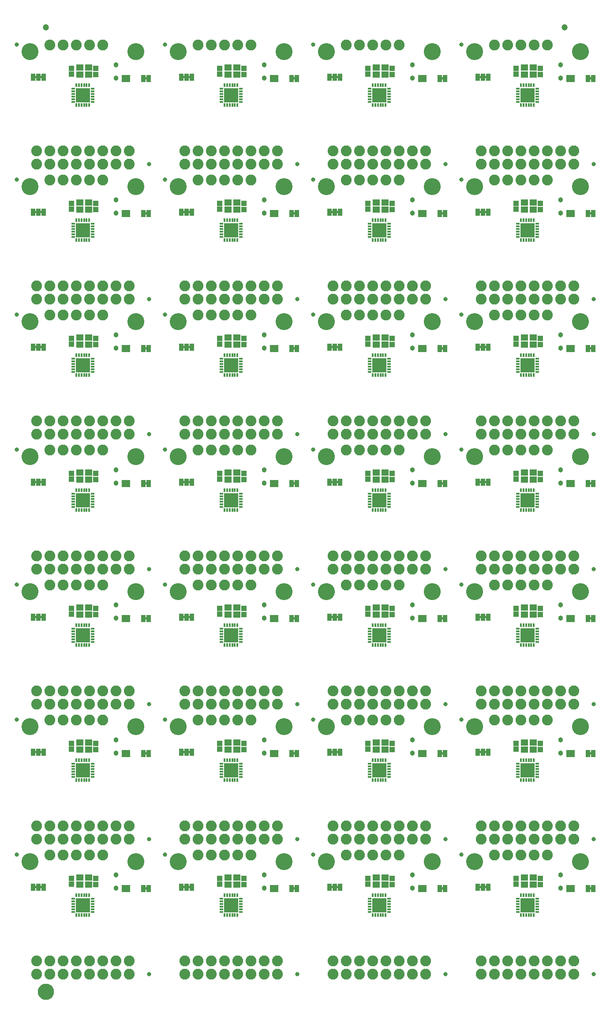
<source format=gts>
G75*
%MOIN*%
%OFA0B0*%
%FSLAX25Y25*%
%IPPOS*%
%LPD*%
%AMOC8*
5,1,8,0,0,1.08239X$1,22.5*
%
%ADD10R,0.01784X0.02965*%
%ADD11R,0.02965X0.01784*%
%ADD12R,0.11036X0.11036*%
%ADD13C,0.08200*%
%ADD14C,0.12800*%
%ADD15C,0.03300*%
%ADD16R,0.03300X0.05800*%
%ADD17C,0.00500*%
%ADD18R,0.05524X0.05131*%
%ADD19R,0.04343X0.04146*%
%ADD20C,0.03800*%
%ADD21C,0.04737*%
%ADD22C,0.05000*%
%ADD23C,0.06706*%
D10*
X0093421Y0078467D03*
X0095389Y0078467D03*
X0097358Y0078467D03*
X0099326Y0078467D03*
X0101295Y0078467D03*
X0103263Y0078467D03*
X0103263Y0093230D03*
X0101295Y0093230D03*
X0099326Y0093230D03*
X0097358Y0093230D03*
X0095389Y0093230D03*
X0093421Y0093230D03*
X0093421Y0180467D03*
X0095389Y0180467D03*
X0097358Y0180467D03*
X0099326Y0180467D03*
X0101295Y0180467D03*
X0103263Y0180467D03*
X0103263Y0195230D03*
X0101295Y0195230D03*
X0099326Y0195230D03*
X0097358Y0195230D03*
X0095389Y0195230D03*
X0093421Y0195230D03*
X0093421Y0282467D03*
X0095389Y0282467D03*
X0097358Y0282467D03*
X0099326Y0282467D03*
X0101295Y0282467D03*
X0103263Y0282467D03*
X0103263Y0297230D03*
X0101295Y0297230D03*
X0099326Y0297230D03*
X0097358Y0297230D03*
X0095389Y0297230D03*
X0093421Y0297230D03*
X0093421Y0384467D03*
X0095389Y0384467D03*
X0097358Y0384467D03*
X0099326Y0384467D03*
X0101295Y0384467D03*
X0103263Y0384467D03*
X0103263Y0399230D03*
X0101295Y0399230D03*
X0099326Y0399230D03*
X0097358Y0399230D03*
X0095389Y0399230D03*
X0093421Y0399230D03*
X0093421Y0486467D03*
X0095389Y0486467D03*
X0097358Y0486467D03*
X0099326Y0486467D03*
X0101295Y0486467D03*
X0103263Y0486467D03*
X0103263Y0501230D03*
X0101295Y0501230D03*
X0099326Y0501230D03*
X0097358Y0501230D03*
X0095389Y0501230D03*
X0093421Y0501230D03*
X0093421Y0588467D03*
X0095389Y0588467D03*
X0097358Y0588467D03*
X0099326Y0588467D03*
X0101295Y0588467D03*
X0103263Y0588467D03*
X0103263Y0603230D03*
X0101295Y0603230D03*
X0099326Y0603230D03*
X0097358Y0603230D03*
X0095389Y0603230D03*
X0093421Y0603230D03*
X0093421Y0690467D03*
X0095389Y0690467D03*
X0097358Y0690467D03*
X0099326Y0690467D03*
X0101295Y0690467D03*
X0103263Y0690467D03*
X0103263Y0705230D03*
X0101295Y0705230D03*
X0099326Y0705230D03*
X0097358Y0705230D03*
X0095389Y0705230D03*
X0093421Y0705230D03*
X0205421Y0705230D03*
X0207389Y0705230D03*
X0209358Y0705230D03*
X0211326Y0705230D03*
X0213295Y0705230D03*
X0215263Y0705230D03*
X0215263Y0690467D03*
X0213295Y0690467D03*
X0211326Y0690467D03*
X0209358Y0690467D03*
X0207389Y0690467D03*
X0205421Y0690467D03*
X0205421Y0603230D03*
X0207389Y0603230D03*
X0209358Y0603230D03*
X0211326Y0603230D03*
X0213295Y0603230D03*
X0215263Y0603230D03*
X0215263Y0588467D03*
X0213295Y0588467D03*
X0211326Y0588467D03*
X0209358Y0588467D03*
X0207389Y0588467D03*
X0205421Y0588467D03*
X0205421Y0501230D03*
X0207389Y0501230D03*
X0209358Y0501230D03*
X0211326Y0501230D03*
X0213295Y0501230D03*
X0215263Y0501230D03*
X0215263Y0486467D03*
X0213295Y0486467D03*
X0211326Y0486467D03*
X0209358Y0486467D03*
X0207389Y0486467D03*
X0205421Y0486467D03*
X0205421Y0399230D03*
X0207389Y0399230D03*
X0209358Y0399230D03*
X0211326Y0399230D03*
X0213295Y0399230D03*
X0215263Y0399230D03*
X0215263Y0384467D03*
X0213295Y0384467D03*
X0211326Y0384467D03*
X0209358Y0384467D03*
X0207389Y0384467D03*
X0205421Y0384467D03*
X0205421Y0297230D03*
X0207389Y0297230D03*
X0209358Y0297230D03*
X0211326Y0297230D03*
X0213295Y0297230D03*
X0215263Y0297230D03*
X0215263Y0282467D03*
X0213295Y0282467D03*
X0211326Y0282467D03*
X0209358Y0282467D03*
X0207389Y0282467D03*
X0205421Y0282467D03*
X0205421Y0195230D03*
X0207389Y0195230D03*
X0209358Y0195230D03*
X0211326Y0195230D03*
X0213295Y0195230D03*
X0215263Y0195230D03*
X0215263Y0180467D03*
X0213295Y0180467D03*
X0211326Y0180467D03*
X0209358Y0180467D03*
X0207389Y0180467D03*
X0205421Y0180467D03*
X0205421Y0093230D03*
X0207389Y0093230D03*
X0209358Y0093230D03*
X0211326Y0093230D03*
X0213295Y0093230D03*
X0215263Y0093230D03*
X0215263Y0078467D03*
X0213295Y0078467D03*
X0211326Y0078467D03*
X0209358Y0078467D03*
X0207389Y0078467D03*
X0205421Y0078467D03*
X0317421Y0078467D03*
X0319389Y0078467D03*
X0321358Y0078467D03*
X0323326Y0078467D03*
X0325295Y0078467D03*
X0327263Y0078467D03*
X0327263Y0093230D03*
X0325295Y0093230D03*
X0323326Y0093230D03*
X0321358Y0093230D03*
X0319389Y0093230D03*
X0317421Y0093230D03*
X0317421Y0180467D03*
X0319389Y0180467D03*
X0321358Y0180467D03*
X0323326Y0180467D03*
X0325295Y0180467D03*
X0327263Y0180467D03*
X0327263Y0195230D03*
X0325295Y0195230D03*
X0323326Y0195230D03*
X0321358Y0195230D03*
X0319389Y0195230D03*
X0317421Y0195230D03*
X0317421Y0282467D03*
X0319389Y0282467D03*
X0321358Y0282467D03*
X0323326Y0282467D03*
X0325295Y0282467D03*
X0327263Y0282467D03*
X0327263Y0297230D03*
X0325295Y0297230D03*
X0323326Y0297230D03*
X0321358Y0297230D03*
X0319389Y0297230D03*
X0317421Y0297230D03*
X0317421Y0384467D03*
X0319389Y0384467D03*
X0321358Y0384467D03*
X0323326Y0384467D03*
X0325295Y0384467D03*
X0327263Y0384467D03*
X0327263Y0399230D03*
X0325295Y0399230D03*
X0323326Y0399230D03*
X0321358Y0399230D03*
X0319389Y0399230D03*
X0317421Y0399230D03*
X0317421Y0486467D03*
X0319389Y0486467D03*
X0321358Y0486467D03*
X0323326Y0486467D03*
X0325295Y0486467D03*
X0327263Y0486467D03*
X0327263Y0501230D03*
X0325295Y0501230D03*
X0323326Y0501230D03*
X0321358Y0501230D03*
X0319389Y0501230D03*
X0317421Y0501230D03*
X0317421Y0588467D03*
X0319389Y0588467D03*
X0321358Y0588467D03*
X0323326Y0588467D03*
X0325295Y0588467D03*
X0327263Y0588467D03*
X0327263Y0603230D03*
X0325295Y0603230D03*
X0323326Y0603230D03*
X0321358Y0603230D03*
X0319389Y0603230D03*
X0317421Y0603230D03*
X0317421Y0690467D03*
X0319389Y0690467D03*
X0321358Y0690467D03*
X0323326Y0690467D03*
X0325295Y0690467D03*
X0327263Y0690467D03*
X0327263Y0705230D03*
X0325295Y0705230D03*
X0323326Y0705230D03*
X0321358Y0705230D03*
X0319389Y0705230D03*
X0317421Y0705230D03*
X0429421Y0705230D03*
X0431389Y0705230D03*
X0433358Y0705230D03*
X0435326Y0705230D03*
X0437295Y0705230D03*
X0439263Y0705230D03*
X0439263Y0690467D03*
X0437295Y0690467D03*
X0435326Y0690467D03*
X0433358Y0690467D03*
X0431389Y0690467D03*
X0429421Y0690467D03*
X0429421Y0603230D03*
X0431389Y0603230D03*
X0433358Y0603230D03*
X0435326Y0603230D03*
X0437295Y0603230D03*
X0439263Y0603230D03*
X0439263Y0588467D03*
X0437295Y0588467D03*
X0435326Y0588467D03*
X0433358Y0588467D03*
X0431389Y0588467D03*
X0429421Y0588467D03*
X0429421Y0501230D03*
X0431389Y0501230D03*
X0433358Y0501230D03*
X0435326Y0501230D03*
X0437295Y0501230D03*
X0439263Y0501230D03*
X0439263Y0486467D03*
X0437295Y0486467D03*
X0435326Y0486467D03*
X0433358Y0486467D03*
X0431389Y0486467D03*
X0429421Y0486467D03*
X0429421Y0399230D03*
X0431389Y0399230D03*
X0433358Y0399230D03*
X0435326Y0399230D03*
X0437295Y0399230D03*
X0439263Y0399230D03*
X0439263Y0384467D03*
X0437295Y0384467D03*
X0435326Y0384467D03*
X0433358Y0384467D03*
X0431389Y0384467D03*
X0429421Y0384467D03*
X0429421Y0297230D03*
X0431389Y0297230D03*
X0433358Y0297230D03*
X0435326Y0297230D03*
X0437295Y0297230D03*
X0439263Y0297230D03*
X0439263Y0282467D03*
X0437295Y0282467D03*
X0435326Y0282467D03*
X0433358Y0282467D03*
X0431389Y0282467D03*
X0429421Y0282467D03*
X0429421Y0195230D03*
X0431389Y0195230D03*
X0433358Y0195230D03*
X0435326Y0195230D03*
X0437295Y0195230D03*
X0439263Y0195230D03*
X0439263Y0180467D03*
X0437295Y0180467D03*
X0435326Y0180467D03*
X0433358Y0180467D03*
X0431389Y0180467D03*
X0429421Y0180467D03*
X0429421Y0093230D03*
X0431389Y0093230D03*
X0433358Y0093230D03*
X0435326Y0093230D03*
X0437295Y0093230D03*
X0439263Y0093230D03*
X0439263Y0078467D03*
X0437295Y0078467D03*
X0435326Y0078467D03*
X0433358Y0078467D03*
X0431389Y0078467D03*
X0429421Y0078467D03*
D11*
X0427058Y0080829D03*
X0427058Y0082797D03*
X0427058Y0084766D03*
X0427058Y0086734D03*
X0427058Y0088703D03*
X0427058Y0090671D03*
X0441822Y0090671D03*
X0441822Y0088703D03*
X0441822Y0086734D03*
X0441822Y0084766D03*
X0441822Y0082797D03*
X0441822Y0080829D03*
X0441822Y0182829D03*
X0441822Y0184797D03*
X0441822Y0186766D03*
X0441822Y0188734D03*
X0441822Y0190703D03*
X0441822Y0192671D03*
X0427058Y0192671D03*
X0427058Y0190703D03*
X0427058Y0188734D03*
X0427058Y0186766D03*
X0427058Y0184797D03*
X0427058Y0182829D03*
X0427058Y0284829D03*
X0427058Y0286797D03*
X0427058Y0288766D03*
X0427058Y0290734D03*
X0427058Y0292703D03*
X0427058Y0294671D03*
X0441822Y0294671D03*
X0441822Y0292703D03*
X0441822Y0290734D03*
X0441822Y0288766D03*
X0441822Y0286797D03*
X0441822Y0284829D03*
X0441822Y0386829D03*
X0441822Y0388797D03*
X0441822Y0390766D03*
X0441822Y0392734D03*
X0441822Y0394703D03*
X0441822Y0396671D03*
X0427058Y0396671D03*
X0427058Y0394703D03*
X0427058Y0392734D03*
X0427058Y0390766D03*
X0427058Y0388797D03*
X0427058Y0386829D03*
X0427058Y0488829D03*
X0427058Y0490797D03*
X0427058Y0492766D03*
X0427058Y0494734D03*
X0427058Y0496703D03*
X0427058Y0498671D03*
X0441822Y0498671D03*
X0441822Y0496703D03*
X0441822Y0494734D03*
X0441822Y0492766D03*
X0441822Y0490797D03*
X0441822Y0488829D03*
X0441822Y0590829D03*
X0441822Y0592797D03*
X0441822Y0594766D03*
X0441822Y0596734D03*
X0441822Y0598703D03*
X0441822Y0600671D03*
X0427058Y0600671D03*
X0427058Y0598703D03*
X0427058Y0596734D03*
X0427058Y0594766D03*
X0427058Y0592797D03*
X0427058Y0590829D03*
X0427058Y0692829D03*
X0427058Y0694797D03*
X0427058Y0696766D03*
X0427058Y0698734D03*
X0427058Y0700703D03*
X0427058Y0702671D03*
X0441822Y0702671D03*
X0441822Y0700703D03*
X0441822Y0698734D03*
X0441822Y0696766D03*
X0441822Y0694797D03*
X0441822Y0692829D03*
X0329822Y0692829D03*
X0329822Y0694797D03*
X0329822Y0696766D03*
X0329822Y0698734D03*
X0329822Y0700703D03*
X0329822Y0702671D03*
X0315058Y0702671D03*
X0315058Y0700703D03*
X0315058Y0698734D03*
X0315058Y0696766D03*
X0315058Y0694797D03*
X0315058Y0692829D03*
X0315058Y0600671D03*
X0315058Y0598703D03*
X0315058Y0596734D03*
X0315058Y0594766D03*
X0315058Y0592797D03*
X0315058Y0590829D03*
X0329822Y0590829D03*
X0329822Y0592797D03*
X0329822Y0594766D03*
X0329822Y0596734D03*
X0329822Y0598703D03*
X0329822Y0600671D03*
X0329822Y0498671D03*
X0329822Y0496703D03*
X0329822Y0494734D03*
X0329822Y0492766D03*
X0329822Y0490797D03*
X0329822Y0488829D03*
X0315058Y0488829D03*
X0315058Y0490797D03*
X0315058Y0492766D03*
X0315058Y0494734D03*
X0315058Y0496703D03*
X0315058Y0498671D03*
X0315058Y0396671D03*
X0315058Y0394703D03*
X0315058Y0392734D03*
X0315058Y0390766D03*
X0315058Y0388797D03*
X0315058Y0386829D03*
X0329822Y0386829D03*
X0329822Y0388797D03*
X0329822Y0390766D03*
X0329822Y0392734D03*
X0329822Y0394703D03*
X0329822Y0396671D03*
X0329822Y0294671D03*
X0329822Y0292703D03*
X0329822Y0290734D03*
X0329822Y0288766D03*
X0329822Y0286797D03*
X0329822Y0284829D03*
X0315058Y0284829D03*
X0315058Y0286797D03*
X0315058Y0288766D03*
X0315058Y0290734D03*
X0315058Y0292703D03*
X0315058Y0294671D03*
X0315058Y0192671D03*
X0315058Y0190703D03*
X0315058Y0188734D03*
X0315058Y0186766D03*
X0315058Y0184797D03*
X0315058Y0182829D03*
X0329822Y0182829D03*
X0329822Y0184797D03*
X0329822Y0186766D03*
X0329822Y0188734D03*
X0329822Y0190703D03*
X0329822Y0192671D03*
X0329822Y0090671D03*
X0329822Y0088703D03*
X0329822Y0086734D03*
X0329822Y0084766D03*
X0329822Y0082797D03*
X0329822Y0080829D03*
X0315058Y0080829D03*
X0315058Y0082797D03*
X0315058Y0084766D03*
X0315058Y0086734D03*
X0315058Y0088703D03*
X0315058Y0090671D03*
X0217822Y0090671D03*
X0217822Y0088703D03*
X0217822Y0086734D03*
X0217822Y0084766D03*
X0217822Y0082797D03*
X0217822Y0080829D03*
X0203058Y0080829D03*
X0203058Y0082797D03*
X0203058Y0084766D03*
X0203058Y0086734D03*
X0203058Y0088703D03*
X0203058Y0090671D03*
X0203058Y0182829D03*
X0203058Y0184797D03*
X0203058Y0186766D03*
X0203058Y0188734D03*
X0203058Y0190703D03*
X0203058Y0192671D03*
X0217822Y0192671D03*
X0217822Y0190703D03*
X0217822Y0188734D03*
X0217822Y0186766D03*
X0217822Y0184797D03*
X0217822Y0182829D03*
X0217822Y0284829D03*
X0217822Y0286797D03*
X0217822Y0288766D03*
X0217822Y0290734D03*
X0217822Y0292703D03*
X0217822Y0294671D03*
X0203058Y0294671D03*
X0203058Y0292703D03*
X0203058Y0290734D03*
X0203058Y0288766D03*
X0203058Y0286797D03*
X0203058Y0284829D03*
X0203058Y0386829D03*
X0203058Y0388797D03*
X0203058Y0390766D03*
X0203058Y0392734D03*
X0203058Y0394703D03*
X0203058Y0396671D03*
X0217822Y0396671D03*
X0217822Y0394703D03*
X0217822Y0392734D03*
X0217822Y0390766D03*
X0217822Y0388797D03*
X0217822Y0386829D03*
X0217822Y0488829D03*
X0217822Y0490797D03*
X0217822Y0492766D03*
X0217822Y0494734D03*
X0217822Y0496703D03*
X0217822Y0498671D03*
X0203058Y0498671D03*
X0203058Y0496703D03*
X0203058Y0494734D03*
X0203058Y0492766D03*
X0203058Y0490797D03*
X0203058Y0488829D03*
X0203058Y0590829D03*
X0203058Y0592797D03*
X0203058Y0594766D03*
X0203058Y0596734D03*
X0203058Y0598703D03*
X0203058Y0600671D03*
X0217822Y0600671D03*
X0217822Y0598703D03*
X0217822Y0596734D03*
X0217822Y0594766D03*
X0217822Y0592797D03*
X0217822Y0590829D03*
X0217822Y0692829D03*
X0217822Y0694797D03*
X0217822Y0696766D03*
X0217822Y0698734D03*
X0217822Y0700703D03*
X0217822Y0702671D03*
X0203058Y0702671D03*
X0203058Y0700703D03*
X0203058Y0698734D03*
X0203058Y0696766D03*
X0203058Y0694797D03*
X0203058Y0692829D03*
X0105822Y0692829D03*
X0105822Y0694797D03*
X0105822Y0696766D03*
X0105822Y0698734D03*
X0105822Y0700703D03*
X0105822Y0702671D03*
X0091058Y0702671D03*
X0091058Y0700703D03*
X0091058Y0698734D03*
X0091058Y0696766D03*
X0091058Y0694797D03*
X0091058Y0692829D03*
X0091058Y0600671D03*
X0091058Y0598703D03*
X0091058Y0596734D03*
X0091058Y0594766D03*
X0091058Y0592797D03*
X0091058Y0590829D03*
X0105822Y0590829D03*
X0105822Y0592797D03*
X0105822Y0594766D03*
X0105822Y0596734D03*
X0105822Y0598703D03*
X0105822Y0600671D03*
X0105822Y0498671D03*
X0105822Y0496703D03*
X0105822Y0494734D03*
X0105822Y0492766D03*
X0105822Y0490797D03*
X0105822Y0488829D03*
X0091058Y0488829D03*
X0091058Y0490797D03*
X0091058Y0492766D03*
X0091058Y0494734D03*
X0091058Y0496703D03*
X0091058Y0498671D03*
X0091058Y0396671D03*
X0091058Y0394703D03*
X0091058Y0392734D03*
X0091058Y0390766D03*
X0091058Y0388797D03*
X0091058Y0386829D03*
X0105822Y0386829D03*
X0105822Y0388797D03*
X0105822Y0390766D03*
X0105822Y0392734D03*
X0105822Y0394703D03*
X0105822Y0396671D03*
X0105822Y0294671D03*
X0105822Y0292703D03*
X0105822Y0290734D03*
X0105822Y0288766D03*
X0105822Y0286797D03*
X0105822Y0284829D03*
X0091058Y0284829D03*
X0091058Y0286797D03*
X0091058Y0288766D03*
X0091058Y0290734D03*
X0091058Y0292703D03*
X0091058Y0294671D03*
X0091058Y0192671D03*
X0091058Y0190703D03*
X0091058Y0188734D03*
X0091058Y0186766D03*
X0091058Y0184797D03*
X0091058Y0182829D03*
X0105822Y0182829D03*
X0105822Y0184797D03*
X0105822Y0186766D03*
X0105822Y0188734D03*
X0105822Y0190703D03*
X0105822Y0192671D03*
X0105822Y0090671D03*
X0105822Y0088703D03*
X0105822Y0086734D03*
X0105822Y0084766D03*
X0105822Y0082797D03*
X0105822Y0080829D03*
X0091058Y0080829D03*
X0091058Y0082797D03*
X0091058Y0084766D03*
X0091058Y0086734D03*
X0091058Y0088703D03*
X0091058Y0090671D03*
D12*
X0098342Y0085750D03*
X0098342Y0187750D03*
X0098342Y0289750D03*
X0098342Y0391750D03*
X0098342Y0493750D03*
X0098342Y0595750D03*
X0098342Y0697750D03*
X0210342Y0697750D03*
X0210342Y0595750D03*
X0210342Y0493750D03*
X0210342Y0391750D03*
X0210342Y0289750D03*
X0210342Y0187750D03*
X0210342Y0085750D03*
X0322342Y0085750D03*
X0322342Y0187750D03*
X0322342Y0289750D03*
X0322342Y0391750D03*
X0322342Y0493750D03*
X0322342Y0595750D03*
X0322342Y0697750D03*
X0434342Y0697750D03*
X0434342Y0595750D03*
X0434342Y0493750D03*
X0434342Y0391750D03*
X0434342Y0289750D03*
X0434342Y0187750D03*
X0434342Y0085750D03*
D13*
X0063342Y0033750D03*
X0063342Y0043750D03*
X0073342Y0043750D03*
X0073342Y0033750D03*
X0083342Y0033750D03*
X0093342Y0033750D03*
X0093342Y0043750D03*
X0083342Y0043750D03*
X0103342Y0043750D03*
X0103342Y0033750D03*
X0113342Y0033750D03*
X0123342Y0033750D03*
X0123342Y0043750D03*
X0113342Y0043750D03*
X0133342Y0043750D03*
X0133342Y0033750D03*
X0175342Y0033750D03*
X0175342Y0043750D03*
X0185342Y0043750D03*
X0195342Y0043750D03*
X0195342Y0033750D03*
X0185342Y0033750D03*
X0205342Y0033750D03*
X0205342Y0043750D03*
X0215342Y0043750D03*
X0215342Y0033750D03*
X0225342Y0033750D03*
X0235342Y0033750D03*
X0235342Y0043750D03*
X0225342Y0043750D03*
X0245342Y0043750D03*
X0245342Y0033750D03*
X0287342Y0033750D03*
X0287342Y0043750D03*
X0297342Y0043750D03*
X0307342Y0043750D03*
X0307342Y0033750D03*
X0297342Y0033750D03*
X0317342Y0033750D03*
X0317342Y0043750D03*
X0327342Y0043750D03*
X0337342Y0043750D03*
X0337342Y0033750D03*
X0327342Y0033750D03*
X0347342Y0033750D03*
X0347342Y0043750D03*
X0357342Y0043750D03*
X0357342Y0033750D03*
X0399342Y0033750D03*
X0399342Y0043750D03*
X0409342Y0043750D03*
X0419342Y0043750D03*
X0419342Y0033750D03*
X0409342Y0033750D03*
X0429342Y0033750D03*
X0429342Y0043750D03*
X0439342Y0043750D03*
X0449342Y0043750D03*
X0449342Y0033750D03*
X0439342Y0033750D03*
X0459342Y0033750D03*
X0459342Y0043750D03*
X0469342Y0043750D03*
X0469342Y0033750D03*
X0449342Y0123750D03*
X0439342Y0123750D03*
X0439342Y0135750D03*
X0449342Y0135750D03*
X0459342Y0135750D03*
X0469342Y0135750D03*
X0469342Y0145750D03*
X0459342Y0145750D03*
X0449342Y0145750D03*
X0439342Y0145750D03*
X0429342Y0145750D03*
X0429342Y0135750D03*
X0429342Y0123750D03*
X0419342Y0123750D03*
X0409342Y0123750D03*
X0409342Y0135750D03*
X0419342Y0135750D03*
X0419342Y0145750D03*
X0409342Y0145750D03*
X0399342Y0145750D03*
X0399342Y0135750D03*
X0357342Y0135750D03*
X0357342Y0145750D03*
X0347342Y0145750D03*
X0347342Y0135750D03*
X0337342Y0135750D03*
X0327342Y0135750D03*
X0327342Y0123750D03*
X0337342Y0123750D03*
X0317342Y0123750D03*
X0317342Y0135750D03*
X0317342Y0145750D03*
X0327342Y0145750D03*
X0337342Y0145750D03*
X0307342Y0145750D03*
X0297342Y0145750D03*
X0297342Y0135750D03*
X0307342Y0135750D03*
X0307342Y0123750D03*
X0297342Y0123750D03*
X0287342Y0135750D03*
X0287342Y0145750D03*
X0245342Y0145750D03*
X0245342Y0135750D03*
X0235342Y0135750D03*
X0225342Y0135750D03*
X0225342Y0123750D03*
X0215342Y0123750D03*
X0215342Y0135750D03*
X0215342Y0145750D03*
X0225342Y0145750D03*
X0235342Y0145750D03*
X0205342Y0145750D03*
X0205342Y0135750D03*
X0205342Y0123750D03*
X0195342Y0123750D03*
X0185342Y0123750D03*
X0185342Y0135750D03*
X0195342Y0135750D03*
X0195342Y0145750D03*
X0185342Y0145750D03*
X0175342Y0145750D03*
X0175342Y0135750D03*
X0133342Y0135750D03*
X0133342Y0145750D03*
X0123342Y0145750D03*
X0113342Y0145750D03*
X0113342Y0135750D03*
X0123342Y0135750D03*
X0113342Y0123750D03*
X0103342Y0123750D03*
X0103342Y0135750D03*
X0103342Y0145750D03*
X0093342Y0145750D03*
X0083342Y0145750D03*
X0083342Y0135750D03*
X0093342Y0135750D03*
X0093342Y0123750D03*
X0083342Y0123750D03*
X0073342Y0123750D03*
X0073342Y0135750D03*
X0073342Y0145750D03*
X0063342Y0145750D03*
X0063342Y0135750D03*
X0073342Y0225750D03*
X0083342Y0225750D03*
X0093342Y0225750D03*
X0103342Y0225750D03*
X0113342Y0225750D03*
X0113342Y0237750D03*
X0123342Y0237750D03*
X0123342Y0247750D03*
X0113342Y0247750D03*
X0103342Y0247750D03*
X0103342Y0237750D03*
X0093342Y0237750D03*
X0093342Y0247750D03*
X0083342Y0247750D03*
X0083342Y0237750D03*
X0073342Y0237750D03*
X0073342Y0247750D03*
X0063342Y0247750D03*
X0063342Y0237750D03*
X0073342Y0327750D03*
X0073342Y0339750D03*
X0083342Y0339750D03*
X0093342Y0339750D03*
X0093342Y0327750D03*
X0083342Y0327750D03*
X0103342Y0327750D03*
X0103342Y0339750D03*
X0113342Y0339750D03*
X0123342Y0339750D03*
X0113342Y0327750D03*
X0113342Y0349750D03*
X0123342Y0349750D03*
X0133342Y0349750D03*
X0133342Y0339750D03*
X0103342Y0349750D03*
X0093342Y0349750D03*
X0083342Y0349750D03*
X0073342Y0349750D03*
X0063342Y0349750D03*
X0063342Y0339750D03*
X0073342Y0429750D03*
X0073342Y0441750D03*
X0073342Y0451750D03*
X0083342Y0451750D03*
X0093342Y0451750D03*
X0093342Y0441750D03*
X0083342Y0441750D03*
X0083342Y0429750D03*
X0093342Y0429750D03*
X0103342Y0429750D03*
X0103342Y0441750D03*
X0103342Y0451750D03*
X0113342Y0451750D03*
X0123342Y0451750D03*
X0123342Y0441750D03*
X0113342Y0441750D03*
X0113342Y0429750D03*
X0133342Y0441750D03*
X0133342Y0451750D03*
X0175342Y0451750D03*
X0175342Y0441750D03*
X0185342Y0441750D03*
X0195342Y0441750D03*
X0195342Y0451750D03*
X0185342Y0451750D03*
X0185342Y0429750D03*
X0195342Y0429750D03*
X0205342Y0429750D03*
X0205342Y0441750D03*
X0205342Y0451750D03*
X0215342Y0451750D03*
X0215342Y0441750D03*
X0215342Y0429750D03*
X0225342Y0429750D03*
X0225342Y0441750D03*
X0235342Y0441750D03*
X0235342Y0451750D03*
X0225342Y0451750D03*
X0245342Y0451750D03*
X0245342Y0441750D03*
X0287342Y0441750D03*
X0287342Y0451750D03*
X0297342Y0451750D03*
X0307342Y0451750D03*
X0307342Y0441750D03*
X0297342Y0441750D03*
X0297342Y0429750D03*
X0307342Y0429750D03*
X0317342Y0429750D03*
X0317342Y0441750D03*
X0317342Y0451750D03*
X0327342Y0451750D03*
X0337342Y0451750D03*
X0337342Y0441750D03*
X0327342Y0441750D03*
X0327342Y0429750D03*
X0337342Y0429750D03*
X0347342Y0441750D03*
X0347342Y0451750D03*
X0357342Y0451750D03*
X0357342Y0441750D03*
X0399342Y0441750D03*
X0399342Y0451750D03*
X0409342Y0451750D03*
X0419342Y0451750D03*
X0419342Y0441750D03*
X0409342Y0441750D03*
X0409342Y0429750D03*
X0419342Y0429750D03*
X0429342Y0429750D03*
X0429342Y0441750D03*
X0429342Y0451750D03*
X0439342Y0451750D03*
X0449342Y0451750D03*
X0449342Y0441750D03*
X0439342Y0441750D03*
X0439342Y0429750D03*
X0449342Y0429750D03*
X0459342Y0441750D03*
X0459342Y0451750D03*
X0469342Y0451750D03*
X0469342Y0441750D03*
X0469342Y0349750D03*
X0469342Y0339750D03*
X0459342Y0339750D03*
X0459342Y0349750D03*
X0449342Y0349750D03*
X0439342Y0349750D03*
X0439342Y0339750D03*
X0449342Y0339750D03*
X0449342Y0327750D03*
X0439342Y0327750D03*
X0429342Y0327750D03*
X0429342Y0339750D03*
X0429342Y0349750D03*
X0419342Y0349750D03*
X0409342Y0349750D03*
X0409342Y0339750D03*
X0419342Y0339750D03*
X0419342Y0327750D03*
X0409342Y0327750D03*
X0399342Y0339750D03*
X0399342Y0349750D03*
X0357342Y0349750D03*
X0357342Y0339750D03*
X0347342Y0339750D03*
X0347342Y0349750D03*
X0337342Y0349750D03*
X0327342Y0349750D03*
X0327342Y0339750D03*
X0337342Y0339750D03*
X0337342Y0327750D03*
X0327342Y0327750D03*
X0317342Y0327750D03*
X0317342Y0339750D03*
X0317342Y0349750D03*
X0307342Y0349750D03*
X0297342Y0349750D03*
X0297342Y0339750D03*
X0307342Y0339750D03*
X0307342Y0327750D03*
X0297342Y0327750D03*
X0287342Y0339750D03*
X0287342Y0349750D03*
X0245342Y0349750D03*
X0245342Y0339750D03*
X0235342Y0339750D03*
X0225342Y0339750D03*
X0225342Y0327750D03*
X0215342Y0327750D03*
X0215342Y0339750D03*
X0215342Y0349750D03*
X0225342Y0349750D03*
X0235342Y0349750D03*
X0205342Y0349750D03*
X0205342Y0339750D03*
X0205342Y0327750D03*
X0195342Y0327750D03*
X0185342Y0327750D03*
X0185342Y0339750D03*
X0195342Y0339750D03*
X0195342Y0349750D03*
X0185342Y0349750D03*
X0175342Y0349750D03*
X0175342Y0339750D03*
X0175342Y0247750D03*
X0175342Y0237750D03*
X0185342Y0237750D03*
X0195342Y0237750D03*
X0195342Y0247750D03*
X0185342Y0247750D03*
X0205342Y0247750D03*
X0205342Y0237750D03*
X0215342Y0237750D03*
X0215342Y0247750D03*
X0225342Y0247750D03*
X0235342Y0247750D03*
X0235342Y0237750D03*
X0225342Y0237750D03*
X0225342Y0225750D03*
X0215342Y0225750D03*
X0205342Y0225750D03*
X0195342Y0225750D03*
X0185342Y0225750D03*
X0133342Y0237750D03*
X0133342Y0247750D03*
X0245342Y0247750D03*
X0245342Y0237750D03*
X0287342Y0237750D03*
X0287342Y0247750D03*
X0297342Y0247750D03*
X0307342Y0247750D03*
X0307342Y0237750D03*
X0297342Y0237750D03*
X0297342Y0225750D03*
X0307342Y0225750D03*
X0317342Y0225750D03*
X0327342Y0225750D03*
X0337342Y0225750D03*
X0337342Y0237750D03*
X0337342Y0247750D03*
X0327342Y0247750D03*
X0327342Y0237750D03*
X0317342Y0237750D03*
X0317342Y0247750D03*
X0347342Y0247750D03*
X0347342Y0237750D03*
X0357342Y0237750D03*
X0357342Y0247750D03*
X0399342Y0247750D03*
X0399342Y0237750D03*
X0409342Y0237750D03*
X0419342Y0237750D03*
X0419342Y0247750D03*
X0409342Y0247750D03*
X0429342Y0247750D03*
X0429342Y0237750D03*
X0439342Y0237750D03*
X0449342Y0237750D03*
X0449342Y0247750D03*
X0439342Y0247750D03*
X0459342Y0247750D03*
X0459342Y0237750D03*
X0469342Y0237750D03*
X0469342Y0247750D03*
X0449342Y0225750D03*
X0439342Y0225750D03*
X0429342Y0225750D03*
X0419342Y0225750D03*
X0409342Y0225750D03*
X0409342Y0531750D03*
X0419342Y0531750D03*
X0429342Y0531750D03*
X0439342Y0531750D03*
X0449342Y0531750D03*
X0449342Y0543750D03*
X0449342Y0553750D03*
X0439342Y0553750D03*
X0439342Y0543750D03*
X0429342Y0543750D03*
X0429342Y0553750D03*
X0419342Y0553750D03*
X0419342Y0543750D03*
X0409342Y0543750D03*
X0409342Y0553750D03*
X0399342Y0553750D03*
X0399342Y0543750D03*
X0357342Y0543750D03*
X0357342Y0553750D03*
X0347342Y0553750D03*
X0347342Y0543750D03*
X0337342Y0543750D03*
X0337342Y0553750D03*
X0327342Y0553750D03*
X0327342Y0543750D03*
X0317342Y0543750D03*
X0317342Y0553750D03*
X0307342Y0553750D03*
X0307342Y0543750D03*
X0297342Y0543750D03*
X0297342Y0553750D03*
X0287342Y0553750D03*
X0287342Y0543750D03*
X0297342Y0531750D03*
X0307342Y0531750D03*
X0317342Y0531750D03*
X0327342Y0531750D03*
X0337342Y0531750D03*
X0337342Y0633750D03*
X0327342Y0633750D03*
X0327342Y0645750D03*
X0337342Y0645750D03*
X0347342Y0645750D03*
X0357342Y0645750D03*
X0357342Y0655750D03*
X0347342Y0655750D03*
X0337342Y0655750D03*
X0327342Y0655750D03*
X0317342Y0655750D03*
X0317342Y0645750D03*
X0317342Y0633750D03*
X0307342Y0633750D03*
X0297342Y0633750D03*
X0297342Y0645750D03*
X0307342Y0645750D03*
X0307342Y0655750D03*
X0297342Y0655750D03*
X0287342Y0655750D03*
X0287342Y0645750D03*
X0245342Y0645750D03*
X0245342Y0655750D03*
X0235342Y0655750D03*
X0225342Y0655750D03*
X0225342Y0645750D03*
X0235342Y0645750D03*
X0225342Y0633750D03*
X0215342Y0633750D03*
X0215342Y0645750D03*
X0215342Y0655750D03*
X0205342Y0655750D03*
X0205342Y0645750D03*
X0205342Y0633750D03*
X0195342Y0633750D03*
X0185342Y0633750D03*
X0185342Y0645750D03*
X0195342Y0645750D03*
X0195342Y0655750D03*
X0185342Y0655750D03*
X0175342Y0655750D03*
X0175342Y0645750D03*
X0133342Y0645750D03*
X0133342Y0655750D03*
X0123342Y0655750D03*
X0113342Y0655750D03*
X0113342Y0645750D03*
X0123342Y0645750D03*
X0113342Y0633750D03*
X0103342Y0633750D03*
X0103342Y0645750D03*
X0103342Y0655750D03*
X0093342Y0655750D03*
X0083342Y0655750D03*
X0083342Y0645750D03*
X0093342Y0645750D03*
X0093342Y0633750D03*
X0083342Y0633750D03*
X0073342Y0633750D03*
X0073342Y0645750D03*
X0073342Y0655750D03*
X0063342Y0655750D03*
X0063342Y0645750D03*
X0073342Y0735750D03*
X0083342Y0735750D03*
X0093342Y0735750D03*
X0103342Y0735750D03*
X0113342Y0735750D03*
X0185342Y0735750D03*
X0195342Y0735750D03*
X0205342Y0735750D03*
X0215342Y0735750D03*
X0225342Y0735750D03*
X0297342Y0735750D03*
X0307342Y0735750D03*
X0317342Y0735750D03*
X0327342Y0735750D03*
X0337342Y0735750D03*
X0399342Y0655750D03*
X0409342Y0655750D03*
X0419342Y0655750D03*
X0429342Y0655750D03*
X0439342Y0655750D03*
X0449342Y0655750D03*
X0459342Y0655750D03*
X0469342Y0655750D03*
X0469342Y0645750D03*
X0459342Y0645750D03*
X0449342Y0645750D03*
X0439342Y0645750D03*
X0439342Y0633750D03*
X0449342Y0633750D03*
X0429342Y0633750D03*
X0429342Y0645750D03*
X0419342Y0645750D03*
X0409342Y0645750D03*
X0409342Y0633750D03*
X0419342Y0633750D03*
X0399342Y0645750D03*
X0409342Y0735750D03*
X0419342Y0735750D03*
X0429342Y0735750D03*
X0439342Y0735750D03*
X0449342Y0735750D03*
X0459342Y0553750D03*
X0459342Y0543750D03*
X0469342Y0543750D03*
X0469342Y0553750D03*
X0245342Y0553750D03*
X0245342Y0543750D03*
X0235342Y0543750D03*
X0235342Y0553750D03*
X0225342Y0553750D03*
X0225342Y0543750D03*
X0215342Y0543750D03*
X0215342Y0553750D03*
X0205342Y0553750D03*
X0205342Y0543750D03*
X0195342Y0543750D03*
X0195342Y0553750D03*
X0185342Y0553750D03*
X0185342Y0543750D03*
X0175342Y0543750D03*
X0175342Y0553750D03*
X0185342Y0531750D03*
X0195342Y0531750D03*
X0205342Y0531750D03*
X0215342Y0531750D03*
X0225342Y0531750D03*
X0133342Y0543750D03*
X0133342Y0553750D03*
X0123342Y0553750D03*
X0123342Y0543750D03*
X0113342Y0543750D03*
X0113342Y0553750D03*
X0103342Y0553750D03*
X0103342Y0543750D03*
X0093342Y0543750D03*
X0093342Y0553750D03*
X0083342Y0553750D03*
X0083342Y0543750D03*
X0073342Y0543750D03*
X0073342Y0553750D03*
X0063342Y0553750D03*
X0063342Y0543750D03*
X0073342Y0531750D03*
X0083342Y0531750D03*
X0093342Y0531750D03*
X0103342Y0531750D03*
X0113342Y0531750D03*
X0063342Y0451750D03*
X0063342Y0441750D03*
D14*
X0058342Y0424750D03*
X0058342Y0322750D03*
X0058342Y0220750D03*
X0058342Y0118750D03*
X0138342Y0118750D03*
X0170342Y0118750D03*
X0170342Y0220750D03*
X0138342Y0220750D03*
X0138342Y0322750D03*
X0170342Y0322750D03*
X0170342Y0424750D03*
X0138342Y0424750D03*
X0138342Y0526750D03*
X0170342Y0526750D03*
X0170342Y0628750D03*
X0138342Y0628750D03*
X0138342Y0730750D03*
X0170342Y0730750D03*
X0250342Y0730750D03*
X0282342Y0730750D03*
X0282342Y0628750D03*
X0250342Y0628750D03*
X0250342Y0526750D03*
X0282342Y0526750D03*
X0282342Y0424750D03*
X0250342Y0424750D03*
X0250342Y0322750D03*
X0282342Y0322750D03*
X0282342Y0220750D03*
X0250342Y0220750D03*
X0250342Y0118750D03*
X0282342Y0118750D03*
X0362342Y0118750D03*
X0394342Y0118750D03*
X0394342Y0220750D03*
X0362342Y0220750D03*
X0362342Y0322750D03*
X0394342Y0322750D03*
X0394342Y0424750D03*
X0362342Y0424750D03*
X0362342Y0526750D03*
X0394342Y0526750D03*
X0394342Y0628750D03*
X0362342Y0628750D03*
X0362342Y0730750D03*
X0394342Y0730750D03*
X0474342Y0730750D03*
X0474342Y0628750D03*
X0474342Y0526750D03*
X0474342Y0424750D03*
X0474342Y0322750D03*
X0474342Y0220750D03*
X0474342Y0118750D03*
X0058342Y0526750D03*
X0058342Y0628750D03*
X0058342Y0730750D03*
D15*
X0048442Y0736050D03*
X0048442Y0634050D03*
X0048442Y0532050D03*
X0048442Y0430050D03*
X0048442Y0328050D03*
X0048442Y0226050D03*
X0048442Y0124050D03*
X0148342Y0135750D03*
X0160442Y0124050D03*
X0148342Y0033750D03*
X0260342Y0033750D03*
X0272442Y0124050D03*
X0260342Y0135750D03*
X0272442Y0226050D03*
X0260342Y0237750D03*
X0272442Y0328050D03*
X0260342Y0339750D03*
X0272442Y0430050D03*
X0260342Y0441750D03*
X0272442Y0532050D03*
X0260342Y0543750D03*
X0272442Y0634050D03*
X0260342Y0645750D03*
X0272442Y0736050D03*
X0372342Y0645750D03*
X0384442Y0634050D03*
X0372342Y0543750D03*
X0384442Y0532050D03*
X0372342Y0441750D03*
X0384442Y0430050D03*
X0372342Y0339750D03*
X0384442Y0328050D03*
X0372342Y0237750D03*
X0384442Y0226050D03*
X0372342Y0135750D03*
X0384442Y0124050D03*
X0372342Y0033750D03*
X0484342Y0033750D03*
X0484342Y0135750D03*
X0484342Y0237750D03*
X0484342Y0339750D03*
X0484342Y0441750D03*
X0484342Y0543750D03*
X0484342Y0645750D03*
X0384442Y0736050D03*
X0160442Y0736050D03*
X0148342Y0645750D03*
X0160442Y0634050D03*
X0148342Y0543750D03*
X0160442Y0532050D03*
X0148342Y0441750D03*
X0160442Y0430050D03*
X0148342Y0339750D03*
X0160442Y0328050D03*
X0148342Y0237750D03*
X0160442Y0226050D03*
D16*
X0172742Y0201450D03*
X0176742Y0201450D03*
X0180742Y0201450D03*
X0148242Y0200350D03*
X0144242Y0200350D03*
X0132542Y0200350D03*
X0129342Y0200350D03*
X0068742Y0201450D03*
X0064742Y0201450D03*
X0060742Y0201450D03*
X0060742Y0099450D03*
X0064742Y0099450D03*
X0068742Y0099450D03*
X0129342Y0098350D03*
X0132542Y0098350D03*
X0144242Y0098350D03*
X0148242Y0098350D03*
X0172742Y0099450D03*
X0176742Y0099450D03*
X0180742Y0099450D03*
X0241342Y0098350D03*
X0244542Y0098350D03*
X0256242Y0098350D03*
X0260242Y0098350D03*
X0284742Y0099450D03*
X0288742Y0099450D03*
X0292742Y0099450D03*
X0353342Y0098350D03*
X0356542Y0098350D03*
X0368242Y0098350D03*
X0372242Y0098350D03*
X0396742Y0099450D03*
X0400742Y0099450D03*
X0404742Y0099450D03*
X0465342Y0098350D03*
X0468542Y0098350D03*
X0480242Y0098350D03*
X0484242Y0098350D03*
X0484242Y0200350D03*
X0480242Y0200350D03*
X0468542Y0200350D03*
X0465342Y0200350D03*
X0404742Y0201450D03*
X0400742Y0201450D03*
X0396742Y0201450D03*
X0372242Y0200350D03*
X0368242Y0200350D03*
X0356542Y0200350D03*
X0353342Y0200350D03*
X0292742Y0201450D03*
X0288742Y0201450D03*
X0284742Y0201450D03*
X0260242Y0200350D03*
X0256242Y0200350D03*
X0244542Y0200350D03*
X0241342Y0200350D03*
X0241342Y0302350D03*
X0244542Y0302350D03*
X0256242Y0302350D03*
X0260242Y0302350D03*
X0284742Y0303450D03*
X0288742Y0303450D03*
X0292742Y0303450D03*
X0353342Y0302350D03*
X0356542Y0302350D03*
X0368242Y0302350D03*
X0372242Y0302350D03*
X0396742Y0303450D03*
X0400742Y0303450D03*
X0404742Y0303450D03*
X0465342Y0302350D03*
X0468542Y0302350D03*
X0480242Y0302350D03*
X0484242Y0302350D03*
X0484242Y0404350D03*
X0480242Y0404350D03*
X0468542Y0404350D03*
X0465342Y0404350D03*
X0404742Y0405450D03*
X0400742Y0405450D03*
X0396742Y0405450D03*
X0372242Y0404350D03*
X0368242Y0404350D03*
X0356542Y0404350D03*
X0353342Y0404350D03*
X0292742Y0405450D03*
X0288742Y0405450D03*
X0284742Y0405450D03*
X0260242Y0404350D03*
X0256242Y0404350D03*
X0244542Y0404350D03*
X0241342Y0404350D03*
X0180742Y0405450D03*
X0176742Y0405450D03*
X0172742Y0405450D03*
X0148242Y0404350D03*
X0144242Y0404350D03*
X0132542Y0404350D03*
X0129342Y0404350D03*
X0068742Y0405450D03*
X0064742Y0405450D03*
X0060742Y0405450D03*
X0060742Y0507450D03*
X0064742Y0507450D03*
X0068742Y0507450D03*
X0129342Y0506350D03*
X0132542Y0506350D03*
X0144242Y0506350D03*
X0148242Y0506350D03*
X0172742Y0507450D03*
X0176742Y0507450D03*
X0180742Y0507450D03*
X0241342Y0506350D03*
X0244542Y0506350D03*
X0256242Y0506350D03*
X0260242Y0506350D03*
X0284742Y0507450D03*
X0288742Y0507450D03*
X0292742Y0507450D03*
X0353342Y0506350D03*
X0356542Y0506350D03*
X0368242Y0506350D03*
X0372242Y0506350D03*
X0396742Y0507450D03*
X0400742Y0507450D03*
X0404742Y0507450D03*
X0465342Y0506350D03*
X0468542Y0506350D03*
X0480242Y0506350D03*
X0484242Y0506350D03*
X0484242Y0608350D03*
X0480242Y0608350D03*
X0468542Y0608350D03*
X0465342Y0608350D03*
X0404742Y0609450D03*
X0400742Y0609450D03*
X0396742Y0609450D03*
X0372242Y0608350D03*
X0368242Y0608350D03*
X0356542Y0608350D03*
X0353342Y0608350D03*
X0292742Y0609450D03*
X0288742Y0609450D03*
X0284742Y0609450D03*
X0260242Y0608350D03*
X0256242Y0608350D03*
X0244542Y0608350D03*
X0241342Y0608350D03*
X0180742Y0609450D03*
X0176742Y0609450D03*
X0172742Y0609450D03*
X0148242Y0608350D03*
X0144242Y0608350D03*
X0132542Y0608350D03*
X0129342Y0608350D03*
X0068742Y0609450D03*
X0064742Y0609450D03*
X0060742Y0609450D03*
X0060742Y0711450D03*
X0064742Y0711450D03*
X0068742Y0711450D03*
X0129342Y0710350D03*
X0132542Y0710350D03*
X0144242Y0710350D03*
X0148242Y0710350D03*
X0172742Y0711450D03*
X0176742Y0711450D03*
X0180742Y0711450D03*
X0241342Y0710350D03*
X0244542Y0710350D03*
X0256242Y0710350D03*
X0260242Y0710350D03*
X0284742Y0711450D03*
X0288742Y0711450D03*
X0292742Y0711450D03*
X0353342Y0710350D03*
X0356542Y0710350D03*
X0368242Y0710350D03*
X0372242Y0710350D03*
X0396742Y0711450D03*
X0400742Y0711450D03*
X0404742Y0711450D03*
X0465342Y0710350D03*
X0468542Y0710350D03*
X0480242Y0710350D03*
X0484242Y0710350D03*
X0180742Y0303450D03*
X0176742Y0303450D03*
X0172742Y0303450D03*
X0148242Y0302350D03*
X0144242Y0302350D03*
X0132542Y0302350D03*
X0129342Y0302350D03*
X0068742Y0303450D03*
X0064742Y0303450D03*
X0060742Y0303450D03*
D17*
X0061992Y0303430D02*
X0063492Y0303430D01*
X0063492Y0302950D02*
X0061992Y0302950D01*
X0061992Y0303950D01*
X0063492Y0303950D01*
X0063492Y0302950D01*
X0063492Y0303928D02*
X0061992Y0303928D01*
X0065992Y0303928D02*
X0067492Y0303928D01*
X0067492Y0303950D02*
X0067492Y0302950D01*
X0065992Y0302950D01*
X0065992Y0303950D01*
X0067492Y0303950D01*
X0067492Y0303430D02*
X0065992Y0303430D01*
X0145492Y0302850D02*
X0146992Y0302850D01*
X0146992Y0301850D01*
X0145492Y0301850D01*
X0145492Y0302850D01*
X0145492Y0302433D02*
X0146992Y0302433D01*
X0146992Y0301934D02*
X0145492Y0301934D01*
X0173992Y0302950D02*
X0173992Y0303950D01*
X0175492Y0303950D01*
X0175492Y0302950D01*
X0173992Y0302950D01*
X0173992Y0303430D02*
X0175492Y0303430D01*
X0175492Y0303928D02*
X0173992Y0303928D01*
X0177992Y0303928D02*
X0179492Y0303928D01*
X0179492Y0303950D02*
X0179492Y0302950D01*
X0177992Y0302950D01*
X0177992Y0303950D01*
X0179492Y0303950D01*
X0179492Y0303430D02*
X0177992Y0303430D01*
X0146992Y0403850D02*
X0146992Y0404850D01*
X0145492Y0404850D01*
X0145492Y0403850D01*
X0146992Y0403850D01*
X0146992Y0404129D02*
X0145492Y0404129D01*
X0145492Y0404628D02*
X0146992Y0404628D01*
X0173992Y0404950D02*
X0173992Y0405950D01*
X0175492Y0405950D01*
X0175492Y0404950D01*
X0173992Y0404950D01*
X0173992Y0405126D02*
X0175492Y0405126D01*
X0175492Y0405625D02*
X0173992Y0405625D01*
X0177992Y0405625D02*
X0179492Y0405625D01*
X0179492Y0405950D02*
X0179492Y0404950D01*
X0177992Y0404950D01*
X0177992Y0405950D01*
X0179492Y0405950D01*
X0179492Y0405126D02*
X0177992Y0405126D01*
X0177992Y0506950D02*
X0177992Y0507950D01*
X0179492Y0507950D01*
X0179492Y0506950D01*
X0177992Y0506950D01*
X0177992Y0507321D02*
X0179492Y0507321D01*
X0179492Y0507819D02*
X0177992Y0507819D01*
X0175492Y0507819D02*
X0173992Y0507819D01*
X0173992Y0507950D02*
X0173992Y0506950D01*
X0175492Y0506950D01*
X0175492Y0507950D01*
X0173992Y0507950D01*
X0173992Y0507321D02*
X0175492Y0507321D01*
X0146992Y0506850D02*
X0146992Y0505850D01*
X0145492Y0505850D01*
X0145492Y0506850D01*
X0146992Y0506850D01*
X0146992Y0506822D02*
X0145492Y0506822D01*
X0145492Y0506324D02*
X0146992Y0506324D01*
X0067492Y0506950D02*
X0065992Y0506950D01*
X0065992Y0507950D01*
X0067492Y0507950D01*
X0067492Y0506950D01*
X0067492Y0507321D02*
X0065992Y0507321D01*
X0065992Y0507819D02*
X0067492Y0507819D01*
X0063492Y0507819D02*
X0061992Y0507819D01*
X0061992Y0507950D02*
X0061992Y0506950D01*
X0063492Y0506950D01*
X0063492Y0507950D01*
X0061992Y0507950D01*
X0061992Y0507321D02*
X0063492Y0507321D01*
X0063492Y0405950D02*
X0063492Y0404950D01*
X0061992Y0404950D01*
X0061992Y0405950D01*
X0063492Y0405950D01*
X0063492Y0405625D02*
X0061992Y0405625D01*
X0061992Y0405126D02*
X0063492Y0405126D01*
X0065992Y0405126D02*
X0067492Y0405126D01*
X0067492Y0404950D02*
X0065992Y0404950D01*
X0065992Y0405950D01*
X0067492Y0405950D01*
X0067492Y0404950D01*
X0067492Y0405625D02*
X0065992Y0405625D01*
X0065992Y0608950D02*
X0065992Y0609950D01*
X0067492Y0609950D01*
X0067492Y0608950D01*
X0065992Y0608950D01*
X0065992Y0609017D02*
X0067492Y0609017D01*
X0067492Y0609516D02*
X0065992Y0609516D01*
X0063492Y0609516D02*
X0061992Y0609516D01*
X0061992Y0609950D02*
X0061992Y0608950D01*
X0063492Y0608950D01*
X0063492Y0609950D01*
X0061992Y0609950D01*
X0061992Y0609017D02*
X0063492Y0609017D01*
X0063492Y0710950D02*
X0061992Y0710950D01*
X0061992Y0711950D01*
X0063492Y0711950D01*
X0063492Y0710950D01*
X0063492Y0711212D02*
X0061992Y0711212D01*
X0061992Y0711711D02*
X0063492Y0711711D01*
X0065992Y0711711D02*
X0067492Y0711711D01*
X0067492Y0711950D02*
X0067492Y0710950D01*
X0065992Y0710950D01*
X0065992Y0711950D01*
X0067492Y0711950D01*
X0067492Y0711212D02*
X0065992Y0711212D01*
X0145492Y0710850D02*
X0146992Y0710850D01*
X0146992Y0709850D01*
X0145492Y0709850D01*
X0145492Y0710850D01*
X0145492Y0710713D02*
X0146992Y0710713D01*
X0146992Y0710215D02*
X0145492Y0710215D01*
X0173992Y0710950D02*
X0173992Y0711950D01*
X0175492Y0711950D01*
X0175492Y0710950D01*
X0173992Y0710950D01*
X0173992Y0711212D02*
X0175492Y0711212D01*
X0175492Y0711711D02*
X0173992Y0711711D01*
X0177992Y0711711D02*
X0179492Y0711711D01*
X0179492Y0711950D02*
X0179492Y0710950D01*
X0177992Y0710950D01*
X0177992Y0711950D01*
X0179492Y0711950D01*
X0179492Y0711212D02*
X0177992Y0711212D01*
X0177992Y0609950D02*
X0177992Y0608950D01*
X0179492Y0608950D01*
X0179492Y0609950D01*
X0177992Y0609950D01*
X0177992Y0609516D02*
X0179492Y0609516D01*
X0179492Y0609017D02*
X0177992Y0609017D01*
X0175492Y0609017D02*
X0173992Y0609017D01*
X0173992Y0608950D02*
X0173992Y0609950D01*
X0175492Y0609950D01*
X0175492Y0608950D01*
X0173992Y0608950D01*
X0173992Y0609516D02*
X0175492Y0609516D01*
X0146992Y0608850D02*
X0146992Y0607850D01*
X0145492Y0607850D01*
X0145492Y0608850D01*
X0146992Y0608850D01*
X0146992Y0608519D02*
X0145492Y0608519D01*
X0145492Y0608020D02*
X0146992Y0608020D01*
X0257492Y0608020D02*
X0258992Y0608020D01*
X0258992Y0607850D02*
X0258992Y0608850D01*
X0257492Y0608850D01*
X0257492Y0607850D01*
X0258992Y0607850D01*
X0258992Y0608519D02*
X0257492Y0608519D01*
X0285992Y0608950D02*
X0285992Y0609950D01*
X0287492Y0609950D01*
X0287492Y0608950D01*
X0285992Y0608950D01*
X0285992Y0609017D02*
X0287492Y0609017D01*
X0287492Y0609516D02*
X0285992Y0609516D01*
X0289992Y0609516D02*
X0291492Y0609516D01*
X0291492Y0609950D02*
X0291492Y0608950D01*
X0289992Y0608950D01*
X0289992Y0609950D01*
X0291492Y0609950D01*
X0291492Y0609017D02*
X0289992Y0609017D01*
X0289992Y0710950D02*
X0289992Y0711950D01*
X0291492Y0711950D01*
X0291492Y0710950D01*
X0289992Y0710950D01*
X0289992Y0711212D02*
X0291492Y0711212D01*
X0291492Y0711711D02*
X0289992Y0711711D01*
X0287492Y0711711D02*
X0285992Y0711711D01*
X0285992Y0711950D02*
X0285992Y0710950D01*
X0287492Y0710950D01*
X0287492Y0711950D01*
X0285992Y0711950D01*
X0285992Y0711212D02*
X0287492Y0711212D01*
X0258992Y0710850D02*
X0258992Y0709850D01*
X0257492Y0709850D01*
X0257492Y0710850D01*
X0258992Y0710850D01*
X0258992Y0710713D02*
X0257492Y0710713D01*
X0257492Y0710215D02*
X0258992Y0710215D01*
X0369492Y0710215D02*
X0370992Y0710215D01*
X0370992Y0709850D02*
X0370992Y0710850D01*
X0369492Y0710850D01*
X0369492Y0709850D01*
X0370992Y0709850D01*
X0370992Y0710713D02*
X0369492Y0710713D01*
X0397992Y0710950D02*
X0397992Y0711950D01*
X0399492Y0711950D01*
X0399492Y0710950D01*
X0397992Y0710950D01*
X0397992Y0711212D02*
X0399492Y0711212D01*
X0399492Y0711711D02*
X0397992Y0711711D01*
X0401992Y0711711D02*
X0403492Y0711711D01*
X0403492Y0711950D02*
X0403492Y0710950D01*
X0401992Y0710950D01*
X0401992Y0711950D01*
X0403492Y0711950D01*
X0403492Y0711212D02*
X0401992Y0711212D01*
X0401992Y0609950D02*
X0401992Y0608950D01*
X0403492Y0608950D01*
X0403492Y0609950D01*
X0401992Y0609950D01*
X0401992Y0609516D02*
X0403492Y0609516D01*
X0403492Y0609017D02*
X0401992Y0609017D01*
X0399492Y0609017D02*
X0397992Y0609017D01*
X0397992Y0608950D02*
X0397992Y0609950D01*
X0399492Y0609950D01*
X0399492Y0608950D01*
X0397992Y0608950D01*
X0397992Y0609516D02*
X0399492Y0609516D01*
X0370992Y0608850D02*
X0370992Y0607850D01*
X0369492Y0607850D01*
X0369492Y0608850D01*
X0370992Y0608850D01*
X0370992Y0608519D02*
X0369492Y0608519D01*
X0369492Y0608020D02*
X0370992Y0608020D01*
X0370992Y0506850D02*
X0370992Y0505850D01*
X0369492Y0505850D01*
X0369492Y0506850D01*
X0370992Y0506850D01*
X0370992Y0506822D02*
X0369492Y0506822D01*
X0369492Y0506324D02*
X0370992Y0506324D01*
X0397992Y0506950D02*
X0397992Y0507950D01*
X0399492Y0507950D01*
X0399492Y0506950D01*
X0397992Y0506950D01*
X0397992Y0507321D02*
X0399492Y0507321D01*
X0399492Y0507819D02*
X0397992Y0507819D01*
X0401992Y0507819D02*
X0403492Y0507819D01*
X0403492Y0507950D02*
X0403492Y0506950D01*
X0401992Y0506950D01*
X0401992Y0507950D01*
X0403492Y0507950D01*
X0403492Y0507321D02*
X0401992Y0507321D01*
X0401992Y0405950D02*
X0401992Y0404950D01*
X0403492Y0404950D01*
X0403492Y0405950D01*
X0401992Y0405950D01*
X0401992Y0405625D02*
X0403492Y0405625D01*
X0403492Y0405126D02*
X0401992Y0405126D01*
X0399492Y0405126D02*
X0397992Y0405126D01*
X0397992Y0404950D02*
X0397992Y0405950D01*
X0399492Y0405950D01*
X0399492Y0404950D01*
X0397992Y0404950D01*
X0397992Y0405625D02*
X0399492Y0405625D01*
X0370992Y0404850D02*
X0370992Y0403850D01*
X0369492Y0403850D01*
X0369492Y0404850D01*
X0370992Y0404850D01*
X0370992Y0404628D02*
X0369492Y0404628D01*
X0369492Y0404129D02*
X0370992Y0404129D01*
X0370992Y0302850D02*
X0370992Y0301850D01*
X0369492Y0301850D01*
X0369492Y0302850D01*
X0370992Y0302850D01*
X0370992Y0302433D02*
X0369492Y0302433D01*
X0369492Y0301934D02*
X0370992Y0301934D01*
X0397992Y0302950D02*
X0397992Y0303950D01*
X0399492Y0303950D01*
X0399492Y0302950D01*
X0397992Y0302950D01*
X0397992Y0303430D02*
X0399492Y0303430D01*
X0399492Y0303928D02*
X0397992Y0303928D01*
X0401992Y0303928D02*
X0403492Y0303928D01*
X0403492Y0303950D02*
X0403492Y0302950D01*
X0401992Y0302950D01*
X0401992Y0303950D01*
X0403492Y0303950D01*
X0403492Y0303430D02*
X0401992Y0303430D01*
X0401992Y0201950D02*
X0401992Y0200950D01*
X0403492Y0200950D01*
X0403492Y0201950D01*
X0401992Y0201950D01*
X0401992Y0201733D02*
X0403492Y0201733D01*
X0403492Y0201235D02*
X0401992Y0201235D01*
X0399492Y0201235D02*
X0397992Y0201235D01*
X0397992Y0200950D02*
X0397992Y0201950D01*
X0399492Y0201950D01*
X0399492Y0200950D01*
X0397992Y0200950D01*
X0397992Y0201733D02*
X0399492Y0201733D01*
X0370992Y0200850D02*
X0370992Y0199850D01*
X0369492Y0199850D01*
X0369492Y0200850D01*
X0370992Y0200850D01*
X0370992Y0200736D02*
X0369492Y0200736D01*
X0369492Y0200238D02*
X0370992Y0200238D01*
X0370992Y0098850D02*
X0370992Y0097850D01*
X0369492Y0097850D01*
X0369492Y0098850D01*
X0370992Y0098850D01*
X0370992Y0098542D02*
X0369492Y0098542D01*
X0369492Y0098043D02*
X0370992Y0098043D01*
X0397992Y0098950D02*
X0397992Y0099950D01*
X0399492Y0099950D01*
X0399492Y0098950D01*
X0397992Y0098950D01*
X0397992Y0099040D02*
X0399492Y0099040D01*
X0399492Y0099539D02*
X0397992Y0099539D01*
X0401992Y0099539D02*
X0403492Y0099539D01*
X0403492Y0099950D02*
X0403492Y0098950D01*
X0401992Y0098950D01*
X0401992Y0099950D01*
X0403492Y0099950D01*
X0403492Y0099040D02*
X0401992Y0099040D01*
X0481492Y0098850D02*
X0482992Y0098850D01*
X0482992Y0097850D01*
X0481492Y0097850D01*
X0481492Y0098850D01*
X0481492Y0098542D02*
X0482992Y0098542D01*
X0482992Y0098043D02*
X0481492Y0098043D01*
X0481492Y0199850D02*
X0481492Y0200850D01*
X0482992Y0200850D01*
X0482992Y0199850D01*
X0481492Y0199850D01*
X0481492Y0200238D02*
X0482992Y0200238D01*
X0482992Y0200736D02*
X0481492Y0200736D01*
X0481492Y0301850D02*
X0481492Y0302850D01*
X0482992Y0302850D01*
X0482992Y0301850D01*
X0481492Y0301850D01*
X0481492Y0301934D02*
X0482992Y0301934D01*
X0482992Y0302433D02*
X0481492Y0302433D01*
X0481492Y0403850D02*
X0481492Y0404850D01*
X0482992Y0404850D01*
X0482992Y0403850D01*
X0481492Y0403850D01*
X0481492Y0404129D02*
X0482992Y0404129D01*
X0482992Y0404628D02*
X0481492Y0404628D01*
X0481492Y0505850D02*
X0481492Y0506850D01*
X0482992Y0506850D01*
X0482992Y0505850D01*
X0481492Y0505850D01*
X0481492Y0506324D02*
X0482992Y0506324D01*
X0482992Y0506822D02*
X0481492Y0506822D01*
X0481492Y0607850D02*
X0481492Y0608850D01*
X0482992Y0608850D01*
X0482992Y0607850D01*
X0481492Y0607850D01*
X0481492Y0608020D02*
X0482992Y0608020D01*
X0482992Y0608519D02*
X0481492Y0608519D01*
X0481492Y0709850D02*
X0481492Y0710850D01*
X0482992Y0710850D01*
X0482992Y0709850D01*
X0481492Y0709850D01*
X0481492Y0710215D02*
X0482992Y0710215D01*
X0482992Y0710713D02*
X0481492Y0710713D01*
X0291492Y0507950D02*
X0291492Y0506950D01*
X0289992Y0506950D01*
X0289992Y0507950D01*
X0291492Y0507950D01*
X0291492Y0507819D02*
X0289992Y0507819D01*
X0289992Y0507321D02*
X0291492Y0507321D01*
X0287492Y0507321D02*
X0285992Y0507321D01*
X0285992Y0506950D02*
X0285992Y0507950D01*
X0287492Y0507950D01*
X0287492Y0506950D01*
X0285992Y0506950D01*
X0285992Y0507819D02*
X0287492Y0507819D01*
X0258992Y0506850D02*
X0258992Y0505850D01*
X0257492Y0505850D01*
X0257492Y0506850D01*
X0258992Y0506850D01*
X0258992Y0506822D02*
X0257492Y0506822D01*
X0257492Y0506324D02*
X0258992Y0506324D01*
X0258992Y0404850D02*
X0258992Y0403850D01*
X0257492Y0403850D01*
X0257492Y0404850D01*
X0258992Y0404850D01*
X0258992Y0404628D02*
X0257492Y0404628D01*
X0257492Y0404129D02*
X0258992Y0404129D01*
X0285992Y0404950D02*
X0285992Y0405950D01*
X0287492Y0405950D01*
X0287492Y0404950D01*
X0285992Y0404950D01*
X0285992Y0405126D02*
X0287492Y0405126D01*
X0287492Y0405625D02*
X0285992Y0405625D01*
X0289992Y0405625D02*
X0291492Y0405625D01*
X0291492Y0405950D02*
X0291492Y0404950D01*
X0289992Y0404950D01*
X0289992Y0405950D01*
X0291492Y0405950D01*
X0291492Y0405126D02*
X0289992Y0405126D01*
X0289992Y0303950D02*
X0289992Y0302950D01*
X0291492Y0302950D01*
X0291492Y0303950D01*
X0289992Y0303950D01*
X0289992Y0303928D02*
X0291492Y0303928D01*
X0291492Y0303430D02*
X0289992Y0303430D01*
X0287492Y0303430D02*
X0285992Y0303430D01*
X0285992Y0302950D02*
X0285992Y0303950D01*
X0287492Y0303950D01*
X0287492Y0302950D01*
X0285992Y0302950D01*
X0285992Y0303928D02*
X0287492Y0303928D01*
X0258992Y0302850D02*
X0258992Y0301850D01*
X0257492Y0301850D01*
X0257492Y0302850D01*
X0258992Y0302850D01*
X0258992Y0302433D02*
X0257492Y0302433D01*
X0257492Y0301934D02*
X0258992Y0301934D01*
X0258992Y0200850D02*
X0258992Y0199850D01*
X0257492Y0199850D01*
X0257492Y0200850D01*
X0258992Y0200850D01*
X0258992Y0200736D02*
X0257492Y0200736D01*
X0257492Y0200238D02*
X0258992Y0200238D01*
X0285992Y0200950D02*
X0285992Y0201950D01*
X0287492Y0201950D01*
X0287492Y0200950D01*
X0285992Y0200950D01*
X0285992Y0201235D02*
X0287492Y0201235D01*
X0287492Y0201733D02*
X0285992Y0201733D01*
X0289992Y0201733D02*
X0291492Y0201733D01*
X0291492Y0201950D02*
X0291492Y0200950D01*
X0289992Y0200950D01*
X0289992Y0201950D01*
X0291492Y0201950D01*
X0291492Y0201235D02*
X0289992Y0201235D01*
X0289992Y0099950D02*
X0289992Y0098950D01*
X0291492Y0098950D01*
X0291492Y0099950D01*
X0289992Y0099950D01*
X0289992Y0099539D02*
X0291492Y0099539D01*
X0291492Y0099040D02*
X0289992Y0099040D01*
X0287492Y0099040D02*
X0285992Y0099040D01*
X0285992Y0098950D02*
X0285992Y0099950D01*
X0287492Y0099950D01*
X0287492Y0098950D01*
X0285992Y0098950D01*
X0285992Y0099539D02*
X0287492Y0099539D01*
X0258992Y0098850D02*
X0258992Y0097850D01*
X0257492Y0097850D01*
X0257492Y0098850D01*
X0258992Y0098850D01*
X0258992Y0098542D02*
X0257492Y0098542D01*
X0257492Y0098043D02*
X0258992Y0098043D01*
X0179492Y0098950D02*
X0177992Y0098950D01*
X0177992Y0099950D01*
X0179492Y0099950D01*
X0179492Y0098950D01*
X0179492Y0099040D02*
X0177992Y0099040D01*
X0177992Y0099539D02*
X0179492Y0099539D01*
X0175492Y0099539D02*
X0173992Y0099539D01*
X0173992Y0099950D02*
X0173992Y0098950D01*
X0175492Y0098950D01*
X0175492Y0099950D01*
X0173992Y0099950D01*
X0173992Y0099040D02*
X0175492Y0099040D01*
X0146992Y0098850D02*
X0146992Y0097850D01*
X0145492Y0097850D01*
X0145492Y0098850D01*
X0146992Y0098850D01*
X0146992Y0098542D02*
X0145492Y0098542D01*
X0145492Y0098043D02*
X0146992Y0098043D01*
X0146992Y0199850D02*
X0146992Y0200850D01*
X0145492Y0200850D01*
X0145492Y0199850D01*
X0146992Y0199850D01*
X0146992Y0200238D02*
X0145492Y0200238D01*
X0145492Y0200736D02*
X0146992Y0200736D01*
X0173992Y0200950D02*
X0173992Y0201950D01*
X0175492Y0201950D01*
X0175492Y0200950D01*
X0173992Y0200950D01*
X0173992Y0201235D02*
X0175492Y0201235D01*
X0175492Y0201733D02*
X0173992Y0201733D01*
X0177992Y0201733D02*
X0179492Y0201733D01*
X0179492Y0201950D02*
X0179492Y0200950D01*
X0177992Y0200950D01*
X0177992Y0201950D01*
X0179492Y0201950D01*
X0179492Y0201235D02*
X0177992Y0201235D01*
X0067492Y0201235D02*
X0065992Y0201235D01*
X0065992Y0200950D02*
X0065992Y0201950D01*
X0067492Y0201950D01*
X0067492Y0200950D01*
X0065992Y0200950D01*
X0065992Y0201733D02*
X0067492Y0201733D01*
X0063492Y0201733D02*
X0061992Y0201733D01*
X0061992Y0201950D02*
X0061992Y0200950D01*
X0063492Y0200950D01*
X0063492Y0201950D01*
X0061992Y0201950D01*
X0061992Y0201235D02*
X0063492Y0201235D01*
X0063492Y0099950D02*
X0063492Y0098950D01*
X0061992Y0098950D01*
X0061992Y0099950D01*
X0063492Y0099950D01*
X0063492Y0099539D02*
X0061992Y0099539D01*
X0061992Y0099040D02*
X0063492Y0099040D01*
X0065992Y0099040D02*
X0067492Y0099040D01*
X0067492Y0098950D02*
X0065992Y0098950D01*
X0065992Y0099950D01*
X0067492Y0099950D01*
X0067492Y0098950D01*
X0067492Y0099539D02*
X0065992Y0099539D01*
D18*
X0095980Y0101255D03*
X0095980Y0106767D03*
X0102673Y0106767D03*
X0102673Y0101255D03*
X0102673Y0203255D03*
X0102673Y0208767D03*
X0095980Y0208767D03*
X0095980Y0203255D03*
X0095980Y0305255D03*
X0095980Y0310767D03*
X0102673Y0310767D03*
X0102673Y0305255D03*
X0102673Y0407255D03*
X0102673Y0412767D03*
X0095980Y0412767D03*
X0095980Y0407255D03*
X0095980Y0509255D03*
X0095980Y0514767D03*
X0102673Y0514767D03*
X0102673Y0509255D03*
X0102673Y0611255D03*
X0102673Y0616767D03*
X0095980Y0616767D03*
X0095980Y0611255D03*
X0095980Y0713255D03*
X0095980Y0718767D03*
X0102673Y0718767D03*
X0102673Y0713255D03*
X0207980Y0713255D03*
X0207980Y0718767D03*
X0214673Y0718767D03*
X0214673Y0713255D03*
X0214673Y0616767D03*
X0214673Y0611255D03*
X0207980Y0611255D03*
X0207980Y0616767D03*
X0207980Y0514767D03*
X0207980Y0509255D03*
X0214673Y0509255D03*
X0214673Y0514767D03*
X0214673Y0412767D03*
X0214673Y0407255D03*
X0207980Y0407255D03*
X0207980Y0412767D03*
X0207980Y0310767D03*
X0207980Y0305255D03*
X0214673Y0305255D03*
X0214673Y0310767D03*
X0214673Y0208767D03*
X0214673Y0203255D03*
X0207980Y0203255D03*
X0207980Y0208767D03*
X0207980Y0106767D03*
X0207980Y0101255D03*
X0214673Y0101255D03*
X0214673Y0106767D03*
X0319980Y0106767D03*
X0319980Y0101255D03*
X0326673Y0101255D03*
X0326673Y0106767D03*
X0326673Y0203255D03*
X0326673Y0208767D03*
X0319980Y0208767D03*
X0319980Y0203255D03*
X0319980Y0305255D03*
X0319980Y0310767D03*
X0326673Y0310767D03*
X0326673Y0305255D03*
X0326673Y0407255D03*
X0326673Y0412767D03*
X0319980Y0412767D03*
X0319980Y0407255D03*
X0319980Y0509255D03*
X0319980Y0514767D03*
X0326673Y0514767D03*
X0326673Y0509255D03*
X0326673Y0611255D03*
X0326673Y0616767D03*
X0319980Y0616767D03*
X0319980Y0611255D03*
X0319980Y0713255D03*
X0319980Y0718767D03*
X0326673Y0718767D03*
X0326673Y0713255D03*
X0431980Y0713255D03*
X0431980Y0718767D03*
X0438673Y0718767D03*
X0438673Y0713255D03*
X0438673Y0616767D03*
X0438673Y0611255D03*
X0431980Y0611255D03*
X0431980Y0616767D03*
X0431980Y0514767D03*
X0431980Y0509255D03*
X0438673Y0509255D03*
X0438673Y0514767D03*
X0438673Y0412767D03*
X0438673Y0407255D03*
X0431980Y0407255D03*
X0431980Y0412767D03*
X0431980Y0310767D03*
X0431980Y0305255D03*
X0438673Y0305255D03*
X0438673Y0310767D03*
X0438673Y0208767D03*
X0438673Y0203255D03*
X0431980Y0203255D03*
X0431980Y0208767D03*
X0431980Y0106767D03*
X0431980Y0101255D03*
X0438673Y0101255D03*
X0438673Y0106767D03*
D19*
X0444042Y0106017D03*
X0444042Y0101450D03*
X0425942Y0101583D03*
X0425942Y0106150D03*
X0425942Y0203583D03*
X0425942Y0208150D03*
X0444042Y0208017D03*
X0444042Y0203450D03*
X0444042Y0305450D03*
X0444042Y0310017D03*
X0425942Y0310150D03*
X0425942Y0305583D03*
X0425942Y0407583D03*
X0425942Y0412150D03*
X0444042Y0412017D03*
X0444042Y0407450D03*
X0444042Y0509450D03*
X0444042Y0514017D03*
X0425942Y0514150D03*
X0425942Y0509583D03*
X0425942Y0611583D03*
X0425942Y0616150D03*
X0444042Y0616017D03*
X0444042Y0611450D03*
X0444042Y0713450D03*
X0444042Y0718017D03*
X0425942Y0718150D03*
X0425942Y0713583D03*
X0332042Y0713450D03*
X0332042Y0718017D03*
X0313942Y0718150D03*
X0313942Y0713583D03*
X0313942Y0616150D03*
X0313942Y0611583D03*
X0332042Y0611450D03*
X0332042Y0616017D03*
X0332042Y0514017D03*
X0332042Y0509450D03*
X0313942Y0509583D03*
X0313942Y0514150D03*
X0313942Y0412150D03*
X0313942Y0407583D03*
X0332042Y0407450D03*
X0332042Y0412017D03*
X0332042Y0310017D03*
X0332042Y0305450D03*
X0313942Y0305583D03*
X0313942Y0310150D03*
X0313942Y0208150D03*
X0313942Y0203583D03*
X0332042Y0203450D03*
X0332042Y0208017D03*
X0332042Y0106017D03*
X0332042Y0101450D03*
X0313942Y0101583D03*
X0313942Y0106150D03*
X0220042Y0106017D03*
X0220042Y0101450D03*
X0201942Y0101583D03*
X0201942Y0106150D03*
X0201942Y0203583D03*
X0201942Y0208150D03*
X0220042Y0208017D03*
X0220042Y0203450D03*
X0220042Y0305450D03*
X0220042Y0310017D03*
X0201942Y0310150D03*
X0201942Y0305583D03*
X0201942Y0407583D03*
X0201942Y0412150D03*
X0220042Y0412017D03*
X0220042Y0407450D03*
X0220042Y0509450D03*
X0220042Y0514017D03*
X0201942Y0514150D03*
X0201942Y0509583D03*
X0201942Y0611583D03*
X0201942Y0616150D03*
X0220042Y0616017D03*
X0220042Y0611450D03*
X0220042Y0713450D03*
X0220042Y0718017D03*
X0201942Y0718150D03*
X0201942Y0713583D03*
X0108042Y0713450D03*
X0108042Y0718017D03*
X0089942Y0718150D03*
X0089942Y0713583D03*
X0089942Y0616150D03*
X0089942Y0611583D03*
X0108042Y0611450D03*
X0108042Y0616017D03*
X0108042Y0514017D03*
X0108042Y0509450D03*
X0089942Y0509583D03*
X0089942Y0514150D03*
X0089942Y0412150D03*
X0089942Y0407583D03*
X0108042Y0407450D03*
X0108042Y0412017D03*
X0108042Y0310017D03*
X0108042Y0305450D03*
X0089942Y0305583D03*
X0089942Y0310150D03*
X0089942Y0208150D03*
X0089942Y0203583D03*
X0108042Y0203450D03*
X0108042Y0208017D03*
X0108042Y0106017D03*
X0108042Y0101450D03*
X0089942Y0101583D03*
X0089942Y0106150D03*
D20*
X0123342Y0108750D03*
X0123342Y0098750D03*
X0123342Y0200750D03*
X0123342Y0210750D03*
X0123342Y0302750D03*
X0123342Y0312750D03*
X0123342Y0404750D03*
X0123342Y0414750D03*
X0123342Y0506750D03*
X0123342Y0516750D03*
X0123342Y0608750D03*
X0123342Y0618750D03*
X0123342Y0710750D03*
X0123342Y0720750D03*
X0235342Y0720750D03*
X0235342Y0710750D03*
X0235342Y0618750D03*
X0235342Y0608750D03*
X0235342Y0516750D03*
X0235342Y0506750D03*
X0235342Y0414750D03*
X0235342Y0404750D03*
X0235342Y0312750D03*
X0235342Y0302750D03*
X0235342Y0210750D03*
X0235342Y0200750D03*
X0235342Y0108750D03*
X0235342Y0098750D03*
X0347342Y0098750D03*
X0347342Y0108750D03*
X0347342Y0200750D03*
X0347342Y0210750D03*
X0347342Y0302750D03*
X0347342Y0312750D03*
X0347342Y0404750D03*
X0347342Y0414750D03*
X0347342Y0506750D03*
X0347342Y0516750D03*
X0347342Y0608750D03*
X0347342Y0618750D03*
X0347342Y0710750D03*
X0347342Y0720750D03*
X0459342Y0720750D03*
X0459342Y0710750D03*
X0459342Y0618750D03*
X0459342Y0608750D03*
X0459342Y0516750D03*
X0459342Y0506750D03*
X0459342Y0414750D03*
X0459342Y0404750D03*
X0459342Y0312750D03*
X0459342Y0302750D03*
X0459342Y0210750D03*
X0459342Y0200750D03*
X0459342Y0108750D03*
X0459342Y0098750D03*
D21*
X0462342Y0749000D03*
X0070342Y0749000D03*
D22*
X0066777Y0020500D02*
X0066779Y0020619D01*
X0066785Y0020738D01*
X0066795Y0020857D01*
X0066809Y0020975D01*
X0066827Y0021093D01*
X0066848Y0021210D01*
X0066874Y0021326D01*
X0066904Y0021442D01*
X0066937Y0021556D01*
X0066974Y0021669D01*
X0067015Y0021781D01*
X0067060Y0021892D01*
X0067108Y0022001D01*
X0067160Y0022108D01*
X0067216Y0022213D01*
X0067275Y0022317D01*
X0067337Y0022418D01*
X0067403Y0022518D01*
X0067472Y0022615D01*
X0067544Y0022709D01*
X0067620Y0022802D01*
X0067698Y0022891D01*
X0067779Y0022978D01*
X0067864Y0023063D01*
X0067951Y0023144D01*
X0068040Y0023222D01*
X0068133Y0023298D01*
X0068227Y0023370D01*
X0068324Y0023439D01*
X0068424Y0023505D01*
X0068525Y0023567D01*
X0068629Y0023626D01*
X0068734Y0023682D01*
X0068841Y0023734D01*
X0068950Y0023782D01*
X0069061Y0023827D01*
X0069173Y0023868D01*
X0069286Y0023905D01*
X0069400Y0023938D01*
X0069516Y0023968D01*
X0069632Y0023994D01*
X0069749Y0024015D01*
X0069867Y0024033D01*
X0069985Y0024047D01*
X0070104Y0024057D01*
X0070223Y0024063D01*
X0070342Y0024065D01*
X0070461Y0024063D01*
X0070580Y0024057D01*
X0070699Y0024047D01*
X0070817Y0024033D01*
X0070935Y0024015D01*
X0071052Y0023994D01*
X0071168Y0023968D01*
X0071284Y0023938D01*
X0071398Y0023905D01*
X0071511Y0023868D01*
X0071623Y0023827D01*
X0071734Y0023782D01*
X0071843Y0023734D01*
X0071950Y0023682D01*
X0072055Y0023626D01*
X0072159Y0023567D01*
X0072260Y0023505D01*
X0072360Y0023439D01*
X0072457Y0023370D01*
X0072551Y0023298D01*
X0072644Y0023222D01*
X0072733Y0023144D01*
X0072820Y0023063D01*
X0072905Y0022978D01*
X0072986Y0022891D01*
X0073064Y0022802D01*
X0073140Y0022709D01*
X0073212Y0022615D01*
X0073281Y0022518D01*
X0073347Y0022418D01*
X0073409Y0022317D01*
X0073468Y0022213D01*
X0073524Y0022108D01*
X0073576Y0022001D01*
X0073624Y0021892D01*
X0073669Y0021781D01*
X0073710Y0021669D01*
X0073747Y0021556D01*
X0073780Y0021442D01*
X0073810Y0021326D01*
X0073836Y0021210D01*
X0073857Y0021093D01*
X0073875Y0020975D01*
X0073889Y0020857D01*
X0073899Y0020738D01*
X0073905Y0020619D01*
X0073907Y0020500D01*
X0073905Y0020381D01*
X0073899Y0020262D01*
X0073889Y0020143D01*
X0073875Y0020025D01*
X0073857Y0019907D01*
X0073836Y0019790D01*
X0073810Y0019674D01*
X0073780Y0019558D01*
X0073747Y0019444D01*
X0073710Y0019331D01*
X0073669Y0019219D01*
X0073624Y0019108D01*
X0073576Y0018999D01*
X0073524Y0018892D01*
X0073468Y0018787D01*
X0073409Y0018683D01*
X0073347Y0018582D01*
X0073281Y0018482D01*
X0073212Y0018385D01*
X0073140Y0018291D01*
X0073064Y0018198D01*
X0072986Y0018109D01*
X0072905Y0018022D01*
X0072820Y0017937D01*
X0072733Y0017856D01*
X0072644Y0017778D01*
X0072551Y0017702D01*
X0072457Y0017630D01*
X0072360Y0017561D01*
X0072260Y0017495D01*
X0072159Y0017433D01*
X0072055Y0017374D01*
X0071950Y0017318D01*
X0071843Y0017266D01*
X0071734Y0017218D01*
X0071623Y0017173D01*
X0071511Y0017132D01*
X0071398Y0017095D01*
X0071284Y0017062D01*
X0071168Y0017032D01*
X0071052Y0017006D01*
X0070935Y0016985D01*
X0070817Y0016967D01*
X0070699Y0016953D01*
X0070580Y0016943D01*
X0070461Y0016937D01*
X0070342Y0016935D01*
X0070223Y0016937D01*
X0070104Y0016943D01*
X0069985Y0016953D01*
X0069867Y0016967D01*
X0069749Y0016985D01*
X0069632Y0017006D01*
X0069516Y0017032D01*
X0069400Y0017062D01*
X0069286Y0017095D01*
X0069173Y0017132D01*
X0069061Y0017173D01*
X0068950Y0017218D01*
X0068841Y0017266D01*
X0068734Y0017318D01*
X0068629Y0017374D01*
X0068525Y0017433D01*
X0068424Y0017495D01*
X0068324Y0017561D01*
X0068227Y0017630D01*
X0068133Y0017702D01*
X0068040Y0017778D01*
X0067951Y0017856D01*
X0067864Y0017937D01*
X0067779Y0018022D01*
X0067698Y0018109D01*
X0067620Y0018198D01*
X0067544Y0018291D01*
X0067472Y0018385D01*
X0067403Y0018482D01*
X0067337Y0018582D01*
X0067275Y0018683D01*
X0067216Y0018787D01*
X0067160Y0018892D01*
X0067108Y0018999D01*
X0067060Y0019108D01*
X0067015Y0019219D01*
X0066974Y0019331D01*
X0066937Y0019444D01*
X0066904Y0019558D01*
X0066874Y0019674D01*
X0066848Y0019790D01*
X0066827Y0019907D01*
X0066809Y0020025D01*
X0066795Y0020143D01*
X0066785Y0020262D01*
X0066779Y0020381D01*
X0066777Y0020500D01*
D23*
X0070342Y0020500D03*
M02*

</source>
